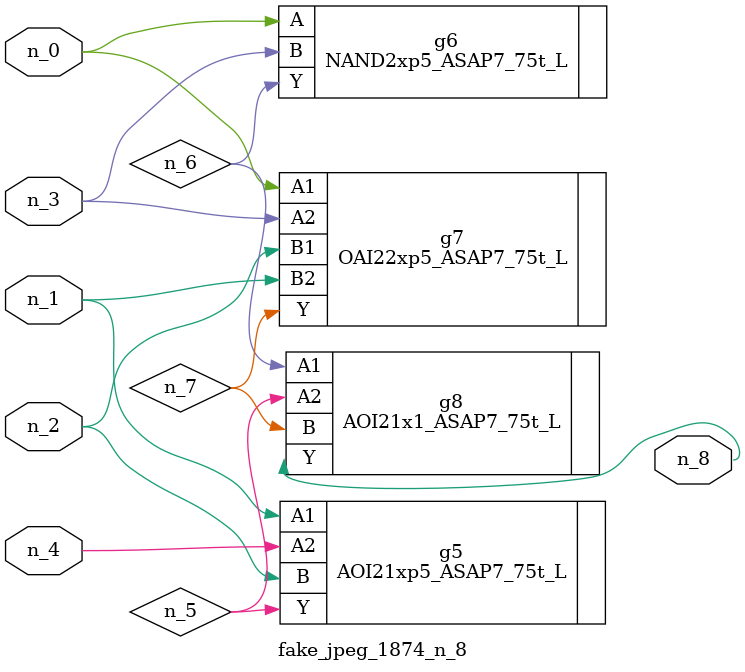
<source format=v>
module fake_jpeg_1874_n_8 (n_3, n_2, n_1, n_0, n_4, n_8);

input n_3;
input n_2;
input n_1;
input n_0;
input n_4;

output n_8;

wire n_6;
wire n_5;
wire n_7;

AOI21xp5_ASAP7_75t_L g5 ( 
.A1(n_1),
.A2(n_4),
.B(n_2),
.Y(n_5)
);

NAND2xp5_ASAP7_75t_L g6 ( 
.A(n_0),
.B(n_3),
.Y(n_6)
);

OAI22xp5_ASAP7_75t_L g7 ( 
.A1(n_0),
.A2(n_3),
.B1(n_2),
.B2(n_1),
.Y(n_7)
);

AOI21x1_ASAP7_75t_L g8 ( 
.A1(n_6),
.A2(n_5),
.B(n_7),
.Y(n_8)
);


endmodule
</source>
